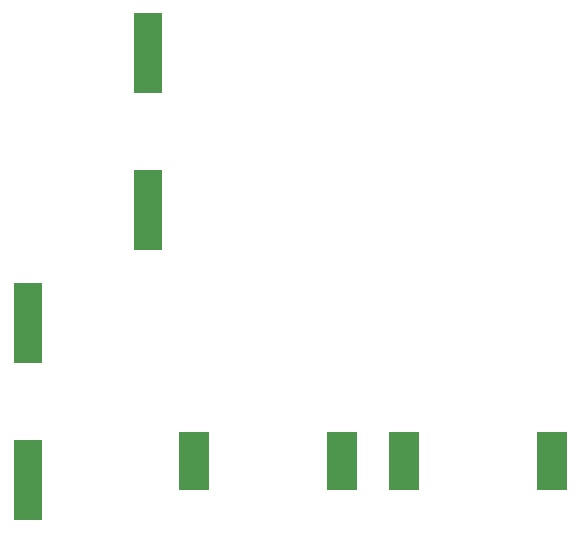
<source format=gbr>
%TF.GenerationSoftware,KiCad,Pcbnew,(5.1.10)-1*%
%TF.CreationDate,2021-08-16T12:44:53+12:00*%
%TF.ProjectId,pcbOutput,7063624f-7574-4707-9574-2e6b69636164,rev?*%
%TF.SameCoordinates,Original*%
%TF.FileFunction,Paste,Top*%
%TF.FilePolarity,Positive*%
%FSLAX46Y46*%
G04 Gerber Fmt 4.6, Leading zero omitted, Abs format (unit mm)*
G04 Created by KiCad (PCBNEW (5.1.10)-1) date 2021-08-16 12:44:53*
%MOMM*%
%LPD*%
G01*
G04 APERTURE LIST*
%ADD10R,2.500000X5.000000*%
%ADD11R,2.450000X6.850000*%
G04 APERTURE END LIST*
D10*
%TO.C,L2*%
X64670000Y-83820000D03*
X52170000Y-83820000D03*
%TD*%
%TO.C,L1*%
X69950000Y-83820000D03*
X82450000Y-83820000D03*
%TD*%
D11*
%TO.C,C2*%
X48260000Y-49230000D03*
X48260000Y-62530000D03*
%TD*%
%TO.C,C1*%
X38100000Y-72090000D03*
X38100000Y-85390000D03*
%TD*%
M02*

</source>
